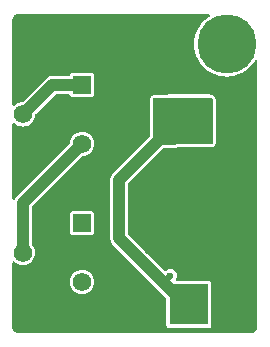
<source format=gbl>
G04 #@! TF.GenerationSoftware,KiCad,Pcbnew,8.0.1*
G04 #@! TF.CreationDate,2024-07-10T16:12:50+08:00*
G04 #@! TF.ProjectId,555Sandbox,35353553-616e-4646-926f-782e6b696361,1.0.0*
G04 #@! TF.SameCoordinates,Original*
G04 #@! TF.FileFunction,Copper,L2,Bot*
G04 #@! TF.FilePolarity,Positive*
%FSLAX46Y46*%
G04 Gerber Fmt 4.6, Leading zero omitted, Abs format (unit mm)*
G04 Created by KiCad (PCBNEW 8.0.1) date 2024-07-10 16:12:50*
%MOMM*%
%LPD*%
G01*
G04 APERTURE LIST*
G04 #@! TA.AperFunction,SMDPad,CuDef*
%ADD10C,10.200000*%
G04 #@! TD*
G04 #@! TA.AperFunction,SMDPad,CuDef*
%ADD11R,3.300000X3.500000*%
G04 #@! TD*
G04 #@! TA.AperFunction,ComponentPad*
%ADD12R,1.560000X1.560000*%
G04 #@! TD*
G04 #@! TA.AperFunction,ComponentPad*
%ADD13C,1.560000*%
G04 #@! TD*
G04 #@! TA.AperFunction,ComponentPad*
%ADD14C,5.000000*%
G04 #@! TD*
G04 #@! TA.AperFunction,ViaPad*
%ADD15C,0.600000*%
G04 #@! TD*
G04 #@! TA.AperFunction,Conductor*
%ADD16C,1.000000*%
G04 #@! TD*
G04 #@! TA.AperFunction,Conductor*
%ADD17C,0.500000*%
G04 #@! TD*
G04 APERTURE END LIST*
D10*
X90400000Y-84100000D03*
D11*
X90400000Y-92000000D03*
X90400000Y-76200000D03*
D12*
X81350000Y-73400000D03*
D13*
X76350000Y-75900000D03*
X81350000Y-78400000D03*
D14*
X93600000Y-69950000D03*
D12*
X81350000Y-85100000D03*
D13*
X76350000Y-87600000D03*
X81350000Y-90100000D03*
D15*
X95000000Y-89550000D03*
X88825000Y-89550000D03*
X87830024Y-76730024D03*
X88325000Y-77225000D03*
X89100000Y-78000000D03*
X95750000Y-86750000D03*
X94050000Y-73700000D03*
X95500000Y-75150000D03*
X94250000Y-88250000D03*
X95500000Y-73650000D03*
X95750000Y-88250000D03*
D16*
X89100000Y-78000000D02*
X87950000Y-78000000D01*
X84500000Y-86402439D02*
X90097561Y-92000000D01*
X90097561Y-92000000D02*
X90400000Y-92000000D01*
X87950000Y-78000000D02*
X84500000Y-81450000D01*
X84500000Y-81450000D02*
X84500000Y-86402439D01*
D17*
X88825000Y-89550000D02*
X88348780Y-90026220D01*
D16*
X81350000Y-73400000D02*
X78850000Y-73400000D01*
X78850000Y-73400000D02*
X76350000Y-75900000D01*
X81350000Y-78400000D02*
X76350000Y-83400000D01*
X76350000Y-83400000D02*
X76350000Y-87600000D01*
G04 #@! TA.AperFunction,Conductor*
G36*
X92122977Y-67420185D02*
G01*
X92168732Y-67472989D01*
X92178676Y-67542147D01*
X92149651Y-67605703D01*
X92120091Y-67630614D01*
X92067126Y-67662632D01*
X92034673Y-67682251D01*
X91772744Y-67887460D01*
X91537460Y-68122744D01*
X91332251Y-68384673D01*
X91160101Y-68669445D01*
X91160100Y-68669447D01*
X91023536Y-68972880D01*
X91023530Y-68972895D01*
X90924546Y-69290550D01*
X90864563Y-69617863D01*
X90844473Y-69950000D01*
X90864563Y-70282136D01*
X90864563Y-70282141D01*
X90864564Y-70282142D01*
X90924544Y-70609441D01*
X90924545Y-70609445D01*
X90924546Y-70609449D01*
X91023530Y-70927104D01*
X91023534Y-70927116D01*
X91023537Y-70927123D01*
X91160102Y-71230557D01*
X91230616Y-71347201D01*
X91332251Y-71515326D01*
X91537460Y-71777255D01*
X91772744Y-72012539D01*
X92034673Y-72217748D01*
X92034678Y-72217751D01*
X92034682Y-72217754D01*
X92319443Y-72389898D01*
X92622877Y-72526463D01*
X92622890Y-72526467D01*
X92622895Y-72526469D01*
X92834665Y-72592458D01*
X92940559Y-72625456D01*
X93267858Y-72685436D01*
X93600000Y-72705527D01*
X93932142Y-72685436D01*
X94259441Y-72625456D01*
X94577123Y-72526463D01*
X94880557Y-72389898D01*
X95165318Y-72217754D01*
X95427252Y-72012542D01*
X95662542Y-71777252D01*
X95867754Y-71515318D01*
X95969385Y-71347198D01*
X96020911Y-71300014D01*
X96089770Y-71288175D01*
X96154099Y-71315444D01*
X96193473Y-71373162D01*
X96199500Y-71411351D01*
X96199500Y-93893038D01*
X96198720Y-93906923D01*
X96188540Y-93997264D01*
X96182362Y-94024333D01*
X96154648Y-94103537D01*
X96142600Y-94128555D01*
X96097957Y-94199604D01*
X96080644Y-94221313D01*
X96021313Y-94280644D01*
X95999604Y-94297957D01*
X95928555Y-94342600D01*
X95903537Y-94354648D01*
X95824333Y-94382362D01*
X95797264Y-94388540D01*
X95717075Y-94397576D01*
X95706921Y-94398720D01*
X95693038Y-94399500D01*
X75956929Y-94399500D01*
X75943108Y-94398727D01*
X75851596Y-94388463D01*
X75824640Y-94382340D01*
X75744255Y-94354349D01*
X75719326Y-94342406D01*
X75647138Y-94297302D01*
X75625479Y-94280137D01*
X75565073Y-94220158D01*
X75547756Y-94198622D01*
X75502143Y-94126760D01*
X75490023Y-94101916D01*
X75461461Y-94021728D01*
X75455149Y-93994831D01*
X75451372Y-93963184D01*
X75450500Y-93948500D01*
X75450500Y-90100000D01*
X80314514Y-90100000D01*
X80334410Y-90302011D01*
X80393337Y-90496267D01*
X80489021Y-90675279D01*
X80489025Y-90675286D01*
X80617800Y-90832199D01*
X80774713Y-90960974D01*
X80774720Y-90960978D01*
X80953732Y-91056662D01*
X80953734Y-91056662D01*
X80953737Y-91056664D01*
X81147987Y-91115589D01*
X81147986Y-91115589D01*
X81166099Y-91117372D01*
X81350000Y-91135486D01*
X81552013Y-91115589D01*
X81746263Y-91056664D01*
X81925285Y-90960975D01*
X82082199Y-90832199D01*
X82210975Y-90675285D01*
X82306664Y-90496263D01*
X82365589Y-90302013D01*
X82385486Y-90100000D01*
X82365589Y-89897987D01*
X82306664Y-89703737D01*
X82306662Y-89703734D01*
X82306662Y-89703732D01*
X82210978Y-89524720D01*
X82210974Y-89524713D01*
X82082199Y-89367800D01*
X81925286Y-89239025D01*
X81925279Y-89239021D01*
X81746267Y-89143337D01*
X81649138Y-89113873D01*
X81552013Y-89084411D01*
X81552011Y-89084410D01*
X81552013Y-89084410D01*
X81350000Y-89064514D01*
X81147988Y-89084410D01*
X80953732Y-89143337D01*
X80774720Y-89239021D01*
X80774713Y-89239025D01*
X80617800Y-89367800D01*
X80489025Y-89524713D01*
X80489021Y-89524720D01*
X80393337Y-89703732D01*
X80334410Y-89897988D01*
X80314514Y-90100000D01*
X75450500Y-90100000D01*
X75450500Y-88457075D01*
X75470185Y-88390036D01*
X75522989Y-88344281D01*
X75592147Y-88334337D01*
X75653165Y-88361222D01*
X75774713Y-88460974D01*
X75774720Y-88460978D01*
X75953732Y-88556662D01*
X75953734Y-88556662D01*
X75953737Y-88556664D01*
X76147987Y-88615589D01*
X76147986Y-88615589D01*
X76166099Y-88617372D01*
X76350000Y-88635486D01*
X76552013Y-88615589D01*
X76746263Y-88556664D01*
X76925285Y-88460975D01*
X77082199Y-88332199D01*
X77210975Y-88175285D01*
X77306664Y-87996263D01*
X77365589Y-87802013D01*
X77385486Y-87600000D01*
X77365589Y-87397987D01*
X77306664Y-87203737D01*
X77306662Y-87203734D01*
X77306662Y-87203732D01*
X77210976Y-87024716D01*
X77210973Y-87024713D01*
X77128647Y-86924397D01*
X77101334Y-86860087D01*
X77100500Y-86845732D01*
X77100500Y-86476359D01*
X83749499Y-86476359D01*
X83778340Y-86621346D01*
X83778343Y-86621356D01*
X83834914Y-86757931D01*
X83867812Y-86807166D01*
X83867813Y-86807169D01*
X83917046Y-86880853D01*
X83917052Y-86880860D01*
X88463181Y-91426987D01*
X88496666Y-91488310D01*
X88499500Y-91514668D01*
X88499500Y-93774678D01*
X88514032Y-93847735D01*
X88514033Y-93847739D01*
X88514034Y-93847740D01*
X88569399Y-93930601D01*
X88618176Y-93963192D01*
X88652260Y-93985966D01*
X88652264Y-93985967D01*
X88725321Y-94000499D01*
X88725324Y-94000500D01*
X88725326Y-94000500D01*
X92074676Y-94000500D01*
X92074677Y-94000499D01*
X92147740Y-93985966D01*
X92230601Y-93930601D01*
X92285966Y-93847740D01*
X92300500Y-93774674D01*
X92300500Y-90225326D01*
X92300500Y-90225323D01*
X92300499Y-90225321D01*
X92285967Y-90152264D01*
X92285966Y-90152260D01*
X92230601Y-90069399D01*
X92147740Y-90014034D01*
X92147739Y-90014033D01*
X92147735Y-90014032D01*
X92074677Y-89999500D01*
X92074674Y-89999500D01*
X89420247Y-89999500D01*
X89353208Y-89979815D01*
X89307453Y-89927011D01*
X89297509Y-89857853D01*
X89305686Y-89828048D01*
X89357178Y-89703732D01*
X89361330Y-89693709D01*
X89380250Y-89550000D01*
X89361330Y-89406291D01*
X89305861Y-89272375D01*
X89217621Y-89157379D01*
X89102625Y-89069139D01*
X89102624Y-89069138D01*
X89102622Y-89069137D01*
X88968712Y-89013671D01*
X88968710Y-89013670D01*
X88968709Y-89013670D01*
X88896854Y-89004210D01*
X88825001Y-88994750D01*
X88824999Y-88994750D01*
X88681291Y-89013670D01*
X88681287Y-89013671D01*
X88547377Y-89069137D01*
X88527472Y-89084411D01*
X88452974Y-89141575D01*
X88387807Y-89166769D01*
X88319362Y-89152731D01*
X88289808Y-89130880D01*
X85286819Y-86127890D01*
X85253334Y-86066567D01*
X85250500Y-86040209D01*
X85250500Y-81812230D01*
X85270185Y-81745191D01*
X85286819Y-81724549D01*
X88224549Y-78786819D01*
X88285872Y-78753334D01*
X88312230Y-78750500D01*
X89173920Y-78750500D01*
X89271462Y-78731096D01*
X89318913Y-78721658D01*
X89326960Y-78718324D01*
X89335135Y-78714939D01*
X89382587Y-78705500D01*
X92276000Y-78705500D01*
X92330313Y-78699661D01*
X92381824Y-78688455D01*
X92408198Y-78681219D01*
X92437074Y-78664775D01*
X92494818Y-78631894D01*
X92494819Y-78631892D01*
X92494828Y-78631888D01*
X92547632Y-78586133D01*
X92579257Y-78553359D01*
X92625465Y-78465024D01*
X92645150Y-78397985D01*
X92655500Y-78326000D01*
X92655500Y-74624000D01*
X92649661Y-74569687D01*
X92638455Y-74518176D01*
X92631219Y-74491802D01*
X92627332Y-74484976D01*
X92581894Y-74405181D01*
X92581890Y-74405176D01*
X92581888Y-74405172D01*
X92546097Y-74363867D01*
X92536136Y-74352371D01*
X92503359Y-74320743D01*
X92415022Y-74274534D01*
X92415022Y-74274533D01*
X92347990Y-74254851D01*
X92347978Y-74254848D01*
X92276001Y-74244500D01*
X92276000Y-74244500D01*
X92230951Y-74244500D01*
X92163912Y-74224815D01*
X92162093Y-74223624D01*
X92147740Y-74214034D01*
X92147739Y-74214033D01*
X92147738Y-74214033D01*
X92147735Y-74214032D01*
X92074677Y-74199500D01*
X92074674Y-74199500D01*
X88725326Y-74199500D01*
X88725323Y-74199500D01*
X88652264Y-74214032D01*
X88652261Y-74214033D01*
X88652260Y-74214034D01*
X88637936Y-74223604D01*
X88571260Y-74244480D01*
X88569049Y-74244500D01*
X87473997Y-74244500D01*
X87419687Y-74250338D01*
X87368181Y-74261543D01*
X87368172Y-74261546D01*
X87341807Y-74268779D01*
X87341796Y-74268783D01*
X87255181Y-74318105D01*
X87255173Y-74318111D01*
X87202371Y-74363863D01*
X87170743Y-74396640D01*
X87124534Y-74484977D01*
X87124533Y-74484977D01*
X87104851Y-74552009D01*
X87104848Y-74552021D01*
X87094500Y-74623998D01*
X87094500Y-77742769D01*
X87074815Y-77809808D01*
X87058181Y-77830450D01*
X83917050Y-80971580D01*
X83917044Y-80971588D01*
X83867812Y-81045268D01*
X83867813Y-81045269D01*
X83834921Y-81094496D01*
X83834914Y-81094508D01*
X83778342Y-81231086D01*
X83778340Y-81231092D01*
X83749500Y-81376079D01*
X83749500Y-81376082D01*
X83749500Y-86476357D01*
X83749500Y-86476359D01*
X83749499Y-86476359D01*
X77100500Y-86476359D01*
X77100500Y-85904678D01*
X80319500Y-85904678D01*
X80334032Y-85977735D01*
X80334033Y-85977739D01*
X80334034Y-85977740D01*
X80389399Y-86060601D01*
X80435750Y-86091571D01*
X80472260Y-86115966D01*
X80472264Y-86115967D01*
X80545321Y-86130499D01*
X80545324Y-86130500D01*
X80545326Y-86130500D01*
X82154676Y-86130500D01*
X82154677Y-86130499D01*
X82227740Y-86115966D01*
X82310601Y-86060601D01*
X82365966Y-85977740D01*
X82380500Y-85904674D01*
X82380500Y-84295326D01*
X82380500Y-84295323D01*
X82380499Y-84295321D01*
X82365967Y-84222264D01*
X82365966Y-84222260D01*
X82310601Y-84139399D01*
X82227740Y-84084034D01*
X82227739Y-84084033D01*
X82227735Y-84084032D01*
X82154677Y-84069500D01*
X82154674Y-84069500D01*
X80545326Y-84069500D01*
X80545323Y-84069500D01*
X80472264Y-84084032D01*
X80472260Y-84084033D01*
X80389399Y-84139399D01*
X80334033Y-84222260D01*
X80334032Y-84222264D01*
X80319500Y-84295321D01*
X80319500Y-85904678D01*
X77100500Y-85904678D01*
X77100500Y-83762229D01*
X77120185Y-83695190D01*
X77136814Y-83674553D01*
X81347337Y-79464029D01*
X81408658Y-79430546D01*
X81422856Y-79428309D01*
X81552013Y-79415589D01*
X81746263Y-79356664D01*
X81925285Y-79260975D01*
X82082199Y-79132199D01*
X82210975Y-78975285D01*
X82306664Y-78796263D01*
X82365589Y-78602013D01*
X82385486Y-78400000D01*
X82365589Y-78197987D01*
X82306664Y-78003737D01*
X82306662Y-78003734D01*
X82306662Y-78003732D01*
X82210978Y-77824720D01*
X82210974Y-77824713D01*
X82082199Y-77667800D01*
X81925286Y-77539025D01*
X81925279Y-77539021D01*
X81746267Y-77443337D01*
X81649138Y-77413873D01*
X81552013Y-77384411D01*
X81552011Y-77384410D01*
X81552013Y-77384410D01*
X81350000Y-77364514D01*
X81147988Y-77384410D01*
X80953732Y-77443337D01*
X80774720Y-77539021D01*
X80774713Y-77539025D01*
X80617800Y-77667800D01*
X80489025Y-77824713D01*
X80489021Y-77824720D01*
X80393337Y-78003732D01*
X80334410Y-78197988D01*
X80321689Y-78327138D01*
X80295527Y-78391925D01*
X80285967Y-78402663D01*
X75767050Y-82921580D01*
X75767044Y-82921588D01*
X75717812Y-82995268D01*
X75717813Y-82995269D01*
X75684916Y-83044504D01*
X75683859Y-83046482D01*
X75683032Y-83047323D01*
X75681532Y-83049569D01*
X75681106Y-83049284D01*
X75634898Y-83096327D01*
X75566761Y-83111789D01*
X75501080Y-83087959D01*
X75458711Y-83032402D01*
X75450500Y-82988031D01*
X75450500Y-76757075D01*
X75470185Y-76690036D01*
X75522989Y-76644281D01*
X75592147Y-76634337D01*
X75653165Y-76661222D01*
X75774713Y-76760974D01*
X75774720Y-76760978D01*
X75953732Y-76856662D01*
X75953734Y-76856662D01*
X75953737Y-76856664D01*
X76147987Y-76915589D01*
X76147986Y-76915589D01*
X76166099Y-76917372D01*
X76350000Y-76935486D01*
X76552013Y-76915589D01*
X76746263Y-76856664D01*
X76925285Y-76760975D01*
X77082199Y-76632199D01*
X77210975Y-76475285D01*
X77306664Y-76296263D01*
X77365589Y-76102013D01*
X77378309Y-75972861D01*
X77404470Y-75908075D01*
X77414022Y-75897344D01*
X79124549Y-74186819D01*
X79185872Y-74153334D01*
X79212230Y-74150500D01*
X80206960Y-74150500D01*
X80273999Y-74170185D01*
X80319754Y-74222989D01*
X80328577Y-74250309D01*
X80334032Y-74277736D01*
X80334033Y-74277739D01*
X80334034Y-74277740D01*
X80389399Y-74360601D01*
X80456107Y-74405173D01*
X80472260Y-74415966D01*
X80472264Y-74415967D01*
X80545321Y-74430499D01*
X80545324Y-74430500D01*
X80545326Y-74430500D01*
X82154676Y-74430500D01*
X82154677Y-74430499D01*
X82227740Y-74415966D01*
X82310601Y-74360601D01*
X82365966Y-74277740D01*
X82380500Y-74204674D01*
X82380500Y-72595326D01*
X82380500Y-72595323D01*
X82380499Y-72595321D01*
X82365967Y-72522264D01*
X82365966Y-72522260D01*
X82310601Y-72439399D01*
X82236518Y-72389899D01*
X82227739Y-72384033D01*
X82227735Y-72384032D01*
X82154677Y-72369500D01*
X82154674Y-72369500D01*
X80545326Y-72369500D01*
X80545323Y-72369500D01*
X80472264Y-72384032D01*
X80472260Y-72384033D01*
X80389399Y-72439399D01*
X80334033Y-72522260D01*
X80334032Y-72522263D01*
X80328577Y-72549691D01*
X80296193Y-72611602D01*
X80235477Y-72646176D01*
X80206960Y-72649500D01*
X78776080Y-72649500D01*
X78631092Y-72678340D01*
X78631086Y-72678342D01*
X78494508Y-72734914D01*
X78494496Y-72734921D01*
X78445269Y-72767813D01*
X78371588Y-72817044D01*
X78371580Y-72817050D01*
X76352663Y-74835967D01*
X76291340Y-74869452D01*
X76277138Y-74871689D01*
X76147988Y-74884410D01*
X75953732Y-74943337D01*
X75774720Y-75039021D01*
X75774714Y-75039025D01*
X75653164Y-75138778D01*
X75588854Y-75166090D01*
X75519987Y-75154299D01*
X75468427Y-75107146D01*
X75450500Y-75042924D01*
X75450500Y-67906961D01*
X75451280Y-67893077D01*
X75451913Y-67887458D01*
X75461459Y-67802731D01*
X75467635Y-67775670D01*
X75495353Y-67696456D01*
X75507396Y-67671450D01*
X75552046Y-67600389D01*
X75569351Y-67578690D01*
X75628690Y-67519351D01*
X75650389Y-67502046D01*
X75721450Y-67457396D01*
X75746456Y-67445353D01*
X75825670Y-67417635D01*
X75852733Y-67411459D01*
X75915419Y-67404396D01*
X75943079Y-67401280D01*
X75956962Y-67400500D01*
X76015892Y-67400500D01*
X92055938Y-67400500D01*
X92122977Y-67420185D01*
G37*
G04 #@! TD.AperFunction*
G04 #@! TA.AperFunction,Conductor*
G36*
X92343039Y-74519685D02*
G01*
X92388794Y-74572489D01*
X92400000Y-74624000D01*
X92400000Y-78326000D01*
X92380315Y-78393039D01*
X92327511Y-78438794D01*
X92276000Y-78450000D01*
X87474000Y-78450000D01*
X87406961Y-78430315D01*
X87361206Y-78377511D01*
X87350000Y-78326000D01*
X87350000Y-74624000D01*
X87369685Y-74556961D01*
X87422489Y-74511206D01*
X87474000Y-74500000D01*
X92276000Y-74500000D01*
X92343039Y-74519685D01*
G37*
G04 #@! TD.AperFunction*
M02*

</source>
